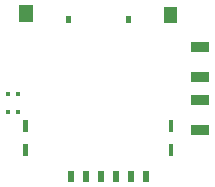
<source format=gbp>
G04 (created by PCBNEW (25-Oct-2014 BZR 4029)-stable) date Mon 27 Apr 2015 22:20:08 CEST*
%MOIN*%
G04 Gerber Fmt 3.4, Leading zero omitted, Abs format*
%FSLAX34Y34*%
G01*
G70*
G90*
G04 APERTURE LIST*
%ADD10C,0.00590551*%
%ADD11R,0.06296X0.03776*%
G04 APERTURE END LIST*
G54D10*
G36*
X-4545Y-706D02*
X-4404Y-706D01*
X-4404Y-864D01*
X-4545Y-864D01*
X-4545Y-706D01*
X-4545Y-706D01*
G37*
G36*
X-4545Y-106D02*
X-4404Y-106D01*
X-4404Y-264D01*
X-4545Y-264D01*
X-4545Y-106D01*
X-4545Y-106D01*
G37*
G36*
X-4225Y-706D02*
X-4084Y-706D01*
X-4084Y-864D01*
X-4225Y-864D01*
X-4225Y-706D01*
X-4225Y-706D01*
G37*
G36*
X-4225Y-106D02*
X-4084Y-106D01*
X-4084Y-264D01*
X-4225Y-264D01*
X-4225Y-106D01*
X-4225Y-106D01*
G37*
G36*
X-280Y-3106D02*
X-485Y-3106D01*
X-485Y-2743D01*
X-280Y-2743D01*
X-280Y-3106D01*
X-280Y-3106D01*
G37*
G36*
X211Y-3106D02*
X6Y-3106D01*
X6Y-2743D01*
X211Y-2743D01*
X211Y-3106D01*
X211Y-3106D01*
G37*
G36*
X-782Y-3106D02*
X-987Y-3106D01*
X-987Y-2743D01*
X-782Y-2743D01*
X-782Y-3106D01*
X-782Y-3106D01*
G37*
G36*
X-1284Y-3106D02*
X-1489Y-3106D01*
X-1489Y-2743D01*
X-1284Y-2743D01*
X-1284Y-3106D01*
X-1284Y-3106D01*
G37*
G36*
X-1786Y-3106D02*
X-1991Y-3106D01*
X-1991Y-2743D01*
X-1786Y-2743D01*
X-1786Y-3106D01*
X-1786Y-3106D01*
G37*
G36*
X-2288Y-3106D02*
X-2493Y-3106D01*
X-2493Y-2743D01*
X-2288Y-2743D01*
X-2288Y-3106D01*
X-2288Y-3106D01*
G37*
G36*
X1015Y-2253D02*
X874Y-2253D01*
X874Y-1844D01*
X1015Y-1844D01*
X1015Y-2253D01*
X1015Y-2253D01*
G37*
G36*
X1015Y-1465D02*
X874Y-1465D01*
X874Y-1056D01*
X1015Y-1056D01*
X1015Y-1465D01*
X1015Y-1465D01*
G37*
G36*
X-3826Y-1465D02*
X-3967Y-1465D01*
X-3967Y-1056D01*
X-3826Y-1056D01*
X-3826Y-1465D01*
X-3826Y-1465D01*
G37*
G36*
X-3826Y-2253D02*
X-3967Y-2253D01*
X-3967Y-1844D01*
X-3826Y-1844D01*
X-3826Y-2253D01*
X-3826Y-2253D01*
G37*
G36*
X1146Y2191D02*
X705Y2191D01*
X705Y2726D01*
X1146Y2726D01*
X1146Y2191D01*
X1146Y2191D01*
G37*
G36*
X-3656Y2231D02*
X-4097Y2231D01*
X-4097Y2766D01*
X-3656Y2766D01*
X-3656Y2231D01*
X-3656Y2231D01*
G37*
G36*
X-366Y2176D02*
X-537Y2176D01*
X-537Y2428D01*
X-366Y2428D01*
X-366Y2176D01*
X-366Y2176D01*
G37*
G36*
X-2374Y2176D02*
X-2545Y2176D01*
X-2545Y2428D01*
X-2374Y2428D01*
X-2374Y2176D01*
X-2374Y2176D01*
G37*
G36*
X-280Y-3106D02*
X-485Y-3106D01*
X-485Y-2743D01*
X-280Y-2743D01*
X-280Y-3106D01*
X-280Y-3106D01*
G37*
G36*
X211Y-3106D02*
X6Y-3106D01*
X6Y-2743D01*
X211Y-2743D01*
X211Y-3106D01*
X211Y-3106D01*
G37*
G36*
X-782Y-3106D02*
X-987Y-3106D01*
X-987Y-2743D01*
X-782Y-2743D01*
X-782Y-3106D01*
X-782Y-3106D01*
G37*
G36*
X-1284Y-3106D02*
X-1489Y-3106D01*
X-1489Y-2743D01*
X-1284Y-2743D01*
X-1284Y-3106D01*
X-1284Y-3106D01*
G37*
G36*
X-1786Y-3106D02*
X-1991Y-3106D01*
X-1991Y-2743D01*
X-1786Y-2743D01*
X-1786Y-3106D01*
X-1786Y-3106D01*
G37*
G36*
X-2288Y-3106D02*
X-2493Y-3106D01*
X-2493Y-2743D01*
X-2288Y-2743D01*
X-2288Y-3106D01*
X-2288Y-3106D01*
G37*
G36*
X1015Y-2253D02*
X874Y-2253D01*
X874Y-1844D01*
X1015Y-1844D01*
X1015Y-2253D01*
X1015Y-2253D01*
G37*
G36*
X1015Y-1465D02*
X874Y-1465D01*
X874Y-1056D01*
X1015Y-1056D01*
X1015Y-1465D01*
X1015Y-1465D01*
G37*
G36*
X-3826Y-1465D02*
X-3967Y-1465D01*
X-3967Y-1056D01*
X-3826Y-1056D01*
X-3826Y-1465D01*
X-3826Y-1465D01*
G37*
G36*
X-3826Y-2253D02*
X-3967Y-2253D01*
X-3967Y-1844D01*
X-3826Y-1844D01*
X-3826Y-2253D01*
X-3826Y-2253D01*
G37*
G36*
X1146Y2191D02*
X705Y2191D01*
X705Y2726D01*
X1146Y2726D01*
X1146Y2191D01*
X1146Y2191D01*
G37*
G36*
X-3656Y2231D02*
X-4097Y2231D01*
X-4097Y2766D01*
X-3656Y2766D01*
X-3656Y2231D01*
X-3656Y2231D01*
G37*
G36*
X-366Y2176D02*
X-537Y2176D01*
X-537Y2428D01*
X-366Y2428D01*
X-366Y2176D01*
X-366Y2176D01*
G37*
G36*
X-2374Y2176D02*
X-2545Y2176D01*
X-2545Y2428D01*
X-2374Y2428D01*
X-2374Y2176D01*
X-2374Y2176D01*
G37*
G36*
X-4545Y-706D02*
X-4404Y-706D01*
X-4404Y-864D01*
X-4545Y-864D01*
X-4545Y-706D01*
X-4545Y-706D01*
G37*
G36*
X-4545Y-106D02*
X-4404Y-106D01*
X-4404Y-264D01*
X-4545Y-264D01*
X-4545Y-106D01*
X-4545Y-106D01*
G37*
G36*
X-4225Y-706D02*
X-4084Y-706D01*
X-4084Y-864D01*
X-4225Y-864D01*
X-4225Y-706D01*
X-4225Y-706D01*
G37*
G36*
X-4225Y-106D02*
X-4084Y-106D01*
X-4084Y-264D01*
X-4225Y-264D01*
X-4225Y-106D01*
X-4225Y-106D01*
G37*
G54D11*
X1928Y-400D03*
X1928Y393D03*
X1928Y-1384D03*
X1928Y1371D03*
M02*

</source>
